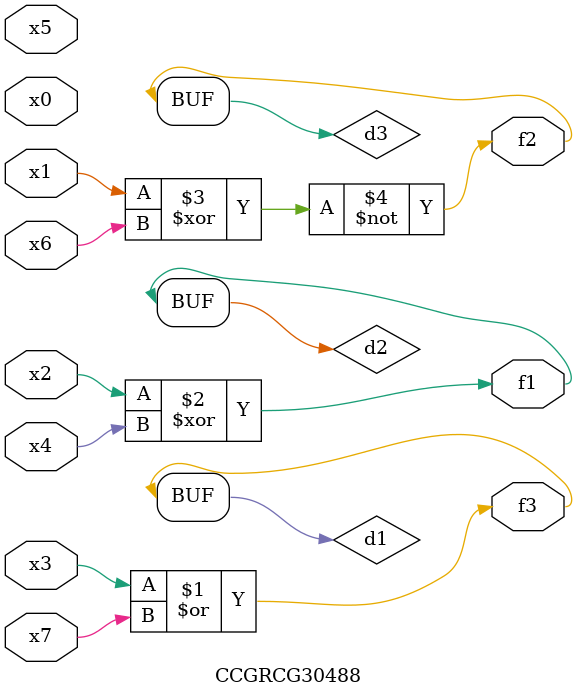
<source format=v>
module CCGRCG30488(
	input x0, x1, x2, x3, x4, x5, x6, x7,
	output f1, f2, f3
);

	wire d1, d2, d3;

	or (d1, x3, x7);
	xor (d2, x2, x4);
	xnor (d3, x1, x6);
	assign f1 = d2;
	assign f2 = d3;
	assign f3 = d1;
endmodule

</source>
